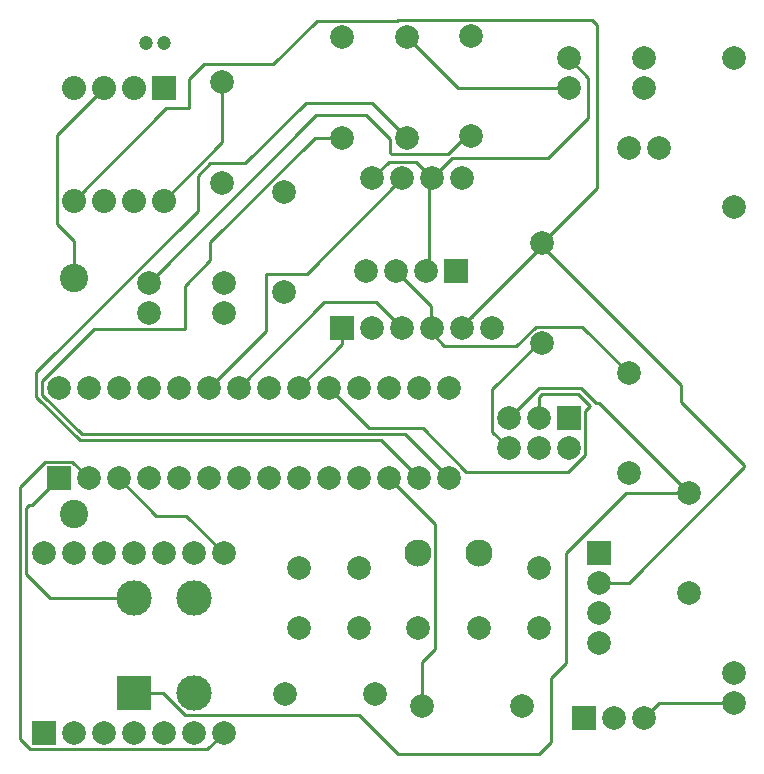
<source format=gbl>
G04*
G04 #@! TF.GenerationSoftware,Altium Limited,Altium Designer,21.7.2 (23)*
G04*
G04 Layer_Physical_Order=2*
G04 Layer_Color=16711680*
%FSLAX25Y25*%
%MOIN*%
G70*
G04*
G04 #@! TF.SameCoordinates,0C849742-41F4-41D9-88AD-3FE1B0ACC188*
G04*
G04*
G04 #@! TF.FilePolarity,Positive*
G04*
G01*
G75*
%ADD11C,0.01000*%
%ADD22C,0.07874*%
%ADD23R,0.07874X0.07874*%
%ADD24C,0.11811*%
%ADD25R,0.11811X0.11811*%
%ADD26C,0.09055*%
%ADD27R,0.07874X0.07874*%
%ADD28C,0.09449*%
%ADD29C,0.04724*%
%ADD30R,0.08000X0.08000*%
%ADD31C,0.08000*%
D11*
X69000Y207161D02*
Y227000D01*
X49437Y187598D02*
X69000Y207161D01*
X86027Y233027D02*
X100586Y247586D01*
X50308Y218469D02*
X58000D01*
Y228000D02*
X63027Y233027D01*
X86027D01*
X58000Y218469D02*
Y228000D01*
X76649Y200000D02*
X96748Y220098D01*
X7000Y130350D02*
X60825Y184175D01*
X65000Y200000D02*
X76649D01*
X60825Y184175D02*
Y195825D01*
X65000Y200000D01*
X139874Y38000D02*
Y79661D01*
X135535Y19000D02*
Y33661D01*
X139874Y38000D01*
X209437Y15098D02*
X214437Y20098D01*
X239437D01*
X97098Y163098D02*
X129000Y195000D01*
X83437Y163098D02*
X97098D01*
X194000Y191932D02*
Y246000D01*
X175631Y173563D02*
X194000Y191932D01*
X192098Y247902D02*
X194000Y246000D01*
X127234Y247586D02*
X127550Y247902D01*
X192098D01*
X100586Y247586D02*
X127234D01*
X19437Y187598D02*
X50308Y218469D01*
X147375Y225098D02*
X184437D01*
X130473Y242000D02*
X147375Y225098D01*
X138000Y165000D02*
Y194000D01*
X139000Y195000D01*
X137000Y164000D02*
X138000Y165000D01*
X175517Y172483D02*
X222000Y126000D01*
X149000Y145815D02*
Y145966D01*
X152437Y149252D02*
Y149403D01*
X175517Y172483D02*
X175631Y172597D01*
X152437Y149403D02*
X175517Y172483D01*
X149000Y145966D02*
X152437Y149403D01*
X175631Y172597D02*
Y173563D01*
X120339Y153661D02*
X129000Y145000D01*
X103000Y153661D02*
X120339D01*
X74437Y125098D02*
X103000Y153661D01*
X133563Y200437D02*
X139000Y195000D01*
X124437Y200437D02*
X133563D01*
X119000Y195000D02*
X124437Y200437D01*
X65023Y173838D02*
X99720Y208535D01*
X109000D01*
X65023Y167788D02*
Y173838D01*
X125000Y203586D02*
Y208000D01*
X150172Y209000D02*
X151947D01*
X144172Y203000D02*
X150172Y209000D01*
X125586Y203000D02*
X144172D01*
X125000Y203586D02*
X125586Y203000D01*
X117000Y216000D02*
X125000Y208000D01*
X44437Y160098D02*
X100339Y216000D01*
X117000D01*
X149000Y145815D02*
X152437Y149252D01*
X149000Y145000D02*
Y145815D01*
X109000Y139661D02*
Y145000D01*
X94437Y125098D02*
X109000Y139661D01*
X138703Y145297D02*
X139000Y145000D01*
X138703Y145297D02*
Y152297D01*
X127000Y164000D02*
X138703Y152297D01*
X139000Y143140D02*
X141729Y140410D01*
Y140270D02*
Y140410D01*
X139000Y143140D02*
Y145000D01*
X141729Y140270D02*
X143000Y139000D01*
X166843D01*
X173379Y145535D02*
X189000D01*
X166843Y139000D02*
X173379Y145535D01*
X189000D02*
X204437Y130098D01*
X118910Y220098D02*
X130473Y208535D01*
X96748Y220098D02*
X118910D01*
X177658Y201658D02*
X191000Y215000D01*
Y228535D01*
X145658Y201658D02*
X177658D01*
X139000Y195000D02*
X145658Y201658D01*
X184437Y235098D02*
X191000Y228535D01*
X183437Y70098D02*
X203437Y90098D01*
X224437D01*
X243023Y98684D02*
Y99513D01*
X184126Y97098D02*
X189874Y102846D01*
X194437Y120098D02*
X224437Y90098D01*
X222000Y120535D02*
X243023Y99513D01*
X189874Y102846D02*
Y117535D01*
X191437Y119098D01*
X193437Y120098D02*
X194437D01*
X187437Y123098D02*
X191437Y119098D01*
X188437Y125098D02*
X193437Y120098D01*
X175437Y123098D02*
X187437D01*
X127437Y3098D02*
X174437D01*
X124437Y95098D02*
X139874Y79661D01*
X150367Y97098D02*
X184126D01*
X121905Y107630D02*
X134437Y95098D01*
X129905Y109630D02*
X144437Y95098D01*
X135836Y111630D02*
X150367Y97098D01*
X159000Y110535D02*
X164437Y105098D01*
X117905Y111630D02*
X135836D01*
X159000Y110535D02*
Y124661D01*
X174437Y115098D02*
Y122098D01*
X164437Y115098D02*
X174437Y125098D01*
Y122098D02*
X175437Y123098D01*
X174437Y3098D02*
X178437Y7098D01*
Y28598D01*
X183437Y33598D01*
Y70098D01*
X194437Y60098D02*
X204437D01*
X243023Y98684D01*
X3437Y63098D02*
Y85098D01*
X4437Y86098D01*
X5437D01*
X34437Y95098D02*
X46937Y82598D01*
X5437Y86098D02*
X14437Y95098D01*
X1437Y92094D02*
X9879Y100535D01*
X19000D02*
X24437Y95098D01*
X9879Y100535D02*
X19000D01*
X7000Y122018D02*
X21388Y107630D01*
X9000Y122846D02*
X22216Y109630D01*
X14437Y124098D02*
Y125098D01*
X4879Y4819D02*
X64000D01*
X1437Y8261D02*
X4879Y4819D01*
X39437Y23602D02*
X49043D01*
X1437Y8261D02*
Y92094D01*
X11437Y55098D02*
X39437D01*
X3437Y63098D02*
X11437Y55098D01*
X64000Y4819D02*
X69437Y10256D01*
X114437Y16098D02*
X127437Y3098D01*
X56547Y16098D02*
X114437D01*
X49043Y23602D02*
X56547Y16098D01*
X56937Y82598D02*
X69437Y70098D01*
X46937Y82598D02*
X56937D01*
X21388Y107630D02*
X121905D01*
X22216Y109630D02*
X129905D01*
X104437Y125098D02*
X117905Y111630D01*
X9000Y122846D02*
Y127350D01*
X7000Y122018D02*
Y130350D01*
X9000Y127350D02*
X26311Y144661D01*
X56437D01*
Y159202D01*
X65023Y167788D01*
X19437Y161839D02*
Y174251D01*
X13937Y179751D02*
X19437Y174251D01*
X13937Y179751D02*
Y209598D01*
X29437Y225098D01*
X83437Y144098D02*
Y163098D01*
X222000Y120535D02*
Y126000D01*
X174437Y125098D02*
X188437D01*
X202748Y130098D02*
X204437D01*
X159000Y124661D02*
X174437Y140098D01*
X64437Y125098D02*
X83437Y144098D01*
D22*
X164437Y105098D02*
D03*
X174437D02*
D03*
X184437D02*
D03*
X164437Y115098D02*
D03*
X174437D02*
D03*
X69437Y70098D02*
D03*
X59437D02*
D03*
X49437D02*
D03*
X39437D02*
D03*
X29437D02*
D03*
X19437D02*
D03*
X9437D02*
D03*
X69437Y10256D02*
D03*
X59437D02*
D03*
X49437D02*
D03*
X39437D02*
D03*
X29437D02*
D03*
X19437D02*
D03*
X114437Y65098D02*
D03*
Y45020D02*
D03*
X94437Y65177D02*
D03*
Y45098D02*
D03*
X134358D02*
D03*
X154437D02*
D03*
X174437Y65098D02*
D03*
Y45020D02*
D03*
X194437Y60098D02*
D03*
Y50098D02*
D03*
Y40098D02*
D03*
X239437Y185492D02*
D03*
Y235098D02*
D03*
X90000Y23000D02*
D03*
X120000D02*
D03*
X24437Y95098D02*
D03*
X34437D02*
D03*
X44437D02*
D03*
X54437D02*
D03*
X64437D02*
D03*
X74437D02*
D03*
X84437D02*
D03*
X94437D02*
D03*
X104437D02*
D03*
X114437D02*
D03*
X124437D02*
D03*
X134437D02*
D03*
X144437D02*
D03*
X14437Y125098D02*
D03*
X24437D02*
D03*
X34437D02*
D03*
X44437D02*
D03*
X54437D02*
D03*
X64437D02*
D03*
X74437D02*
D03*
X84437D02*
D03*
X94437D02*
D03*
X104437D02*
D03*
X114437D02*
D03*
X124437D02*
D03*
X134437D02*
D03*
X144437D02*
D03*
X224437Y56634D02*
D03*
Y90098D02*
D03*
X151947Y242465D02*
D03*
Y209000D02*
D03*
X89437Y157098D02*
D03*
Y190563D02*
D03*
X130473Y242000D02*
D03*
Y208535D02*
D03*
X109000Y242000D02*
D03*
Y208535D02*
D03*
X204437Y130098D02*
D03*
Y96634D02*
D03*
X175631Y173563D02*
D03*
Y140098D02*
D03*
X169000Y19000D02*
D03*
X135535D02*
D03*
X69000Y227000D02*
D03*
Y193535D02*
D03*
X117000Y164000D02*
D03*
X127000D02*
D03*
X137000D02*
D03*
X204437Y205098D02*
D03*
X214437D02*
D03*
X119000Y145000D02*
D03*
X129000D02*
D03*
X139000D02*
D03*
X149000D02*
D03*
X159000D02*
D03*
X119000Y195000D02*
D03*
X129000D02*
D03*
X139000D02*
D03*
X149000D02*
D03*
X209437Y15098D02*
D03*
X199437D02*
D03*
X239437Y20098D02*
D03*
Y30098D02*
D03*
X44437Y160098D02*
D03*
Y150098D02*
D03*
X69437Y160098D02*
D03*
Y150098D02*
D03*
X209437Y225098D02*
D03*
Y235098D02*
D03*
X184437Y225098D02*
D03*
Y235098D02*
D03*
D23*
Y115098D02*
D03*
X9437Y10256D02*
D03*
X14437Y95098D02*
D03*
X147000Y164000D02*
D03*
X109000Y145000D02*
D03*
X189437Y15098D02*
D03*
D24*
X59516Y55098D02*
D03*
X39437D02*
D03*
X59516Y23602D02*
D03*
D25*
X39437D02*
D03*
D26*
X134358Y70098D02*
D03*
X154437D02*
D03*
D27*
X194437D02*
D03*
D28*
X19437Y161839D02*
D03*
Y83098D02*
D03*
D29*
X49437Y240098D02*
D03*
X43532D02*
D03*
D30*
X49437Y225098D02*
D03*
D31*
X39437D02*
D03*
X29437D02*
D03*
X19437D02*
D03*
X49437Y187598D02*
D03*
X39437D02*
D03*
X29437D02*
D03*
X19437D02*
D03*
M02*

</source>
